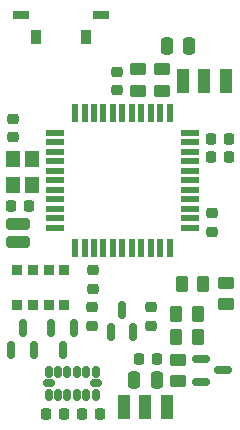
<source format=gbr>
%TF.GenerationSoftware,KiCad,Pcbnew,(7.0.0)*%
%TF.CreationDate,2024-01-15T13:38:26+01:00*%
%TF.ProjectId,LED_poi,4c45445f-706f-4692-9e6b-696361645f70,A*%
%TF.SameCoordinates,Original*%
%TF.FileFunction,Paste,Top*%
%TF.FilePolarity,Positive*%
%FSLAX46Y46*%
G04 Gerber Fmt 4.6, Leading zero omitted, Abs format (unit mm)*
G04 Created by KiCad (PCBNEW (7.0.0)) date 2024-01-15 13:38:26*
%MOMM*%
%LPD*%
G01*
G04 APERTURE LIST*
G04 Aperture macros list*
%AMRoundRect*
0 Rectangle with rounded corners*
0 $1 Rounding radius*
0 $2 $3 $4 $5 $6 $7 $8 $9 X,Y pos of 4 corners*
0 Add a 4 corners polygon primitive as box body*
4,1,4,$2,$3,$4,$5,$6,$7,$8,$9,$2,$3,0*
0 Add four circle primitives for the rounded corners*
1,1,$1+$1,$2,$3*
1,1,$1+$1,$4,$5*
1,1,$1+$1,$6,$7*
1,1,$1+$1,$8,$9*
0 Add four rect primitives between the rounded corners*
20,1,$1+$1,$2,$3,$4,$5,0*
20,1,$1+$1,$4,$5,$6,$7,0*
20,1,$1+$1,$6,$7,$8,$9,0*
20,1,$1+$1,$8,$9,$2,$3,0*%
G04 Aperture macros list end*
%ADD10RoundRect,0.225000X0.225000X0.250000X-0.225000X0.250000X-0.225000X-0.250000X0.225000X-0.250000X0*%
%ADD11RoundRect,0.150000X-0.150000X0.587500X-0.150000X-0.587500X0.150000X-0.587500X0.150000X0.587500X0*%
%ADD12R,0.900000X0.900000*%
%ADD13R,0.889000X1.270000*%
%ADD14R,1.447800X0.787400*%
%ADD15RoundRect,0.250000X-0.450000X0.262500X-0.450000X-0.262500X0.450000X-0.262500X0.450000X0.262500X0*%
%ADD16RoundRect,0.250000X-0.250000X-0.475000X0.250000X-0.475000X0.250000X0.475000X-0.250000X0.475000X0*%
%ADD17RoundRect,0.225000X0.250000X-0.225000X0.250000X0.225000X-0.250000X0.225000X-0.250000X-0.225000X0*%
%ADD18R,1.200000X1.400000*%
%ADD19RoundRect,0.150000X-0.587500X-0.150000X0.587500X-0.150000X0.587500X0.150000X-0.587500X0.150000X0*%
%ADD20R,1.000000X2.000000*%
%ADD21R,0.550000X1.500000*%
%ADD22R,1.500000X0.550000*%
%ADD23RoundRect,0.250000X-0.262500X-0.450000X0.262500X-0.450000X0.262500X0.450000X-0.262500X0.450000X0*%
%ADD24RoundRect,0.225000X-0.250000X0.225000X-0.250000X-0.225000X0.250000X-0.225000X0.250000X0.225000X0*%
%ADD25RoundRect,0.150000X0.150000X-0.587500X0.150000X0.587500X-0.150000X0.587500X-0.150000X-0.587500X0*%
%ADD26RoundRect,0.250000X0.262500X0.450000X-0.262500X0.450000X-0.262500X-0.450000X0.262500X-0.450000X0*%
%ADD27RoundRect,0.225000X-0.225000X-0.250000X0.225000X-0.250000X0.225000X0.250000X-0.225000X0.250000X0*%
%ADD28RoundRect,0.150000X0.150000X-0.325000X0.150000X0.325000X-0.150000X0.325000X-0.150000X-0.325000X0*%
%ADD29RoundRect,0.150000X0.325000X-0.150000X0.325000X0.150000X-0.325000X0.150000X-0.325000X-0.150000X0*%
%ADD30RoundRect,0.250000X0.450000X-0.262500X0.450000X0.262500X-0.450000X0.262500X-0.450000X-0.262500X0*%
%ADD31RoundRect,0.250000X0.750000X-0.250000X0.750000X0.250000X-0.750000X0.250000X-0.750000X-0.250000X0*%
G04 APERTURE END LIST*
D10*
%TO.C,C8*%
X84375000Y-63400000D03*
X82825000Y-63400000D03*
%TD*%
D11*
%TO.C,Q2*%
X88150000Y-73687500D03*
X86250000Y-73687500D03*
X87200000Y-75562500D03*
%TD*%
D12*
%TO.C,RN1*%
X83339999Y-71799999D03*
X84679999Y-71799999D03*
X85999999Y-71799999D03*
X87339999Y-71799999D03*
X87339999Y-68799999D03*
X85999999Y-68799999D03*
X84679999Y-68799999D03*
X83339999Y-68799999D03*
%TD*%
D13*
%TO.C,SW1*%
X89142499Y-49096999D03*
X84951499Y-49096999D03*
D14*
X90425199Y-47204699D03*
X83668799Y-47204699D03*
%TD*%
D10*
%TO.C,C1*%
X95175000Y-76300000D03*
X93625000Y-76300000D03*
%TD*%
D15*
%TO.C,R5*%
X101000000Y-69887500D03*
X101000000Y-71712500D03*
%TD*%
D16*
%TO.C,C2*%
X93250000Y-78100000D03*
X95150000Y-78100000D03*
%TD*%
D17*
%TO.C,C5*%
X94700000Y-73500000D03*
X94700000Y-71950000D03*
%TD*%
D15*
%TO.C,R6*%
X95600000Y-51775000D03*
X95600000Y-53600000D03*
%TD*%
D18*
%TO.C,Y1*%
X82999999Y-59399999D03*
X82999999Y-61599999D03*
X84599999Y-61599999D03*
X84599999Y-59399999D03*
%TD*%
D19*
%TO.C,Q1*%
X98925000Y-76350000D03*
X98925000Y-78250000D03*
X100800000Y-77300000D03*
%TD*%
D15*
%TO.C,R3*%
X93600000Y-51775000D03*
X93600000Y-53600000D03*
%TD*%
D20*
%TO.C,J3*%
X95999999Y-80399999D03*
X94199999Y-80399999D03*
X92399999Y-80399999D03*
%TD*%
D21*
%TO.C,U1*%
X96249999Y-55499999D03*
X95449999Y-55499999D03*
X94649999Y-55499999D03*
X93849999Y-55499999D03*
X93049999Y-55499999D03*
X92249999Y-55499999D03*
X91449999Y-55499999D03*
X90649999Y-55499999D03*
X89849999Y-55499999D03*
X89049999Y-55499999D03*
X88249999Y-55499999D03*
D22*
X86549999Y-57199999D03*
X86549999Y-57999999D03*
X86549999Y-58799999D03*
X86549999Y-59599999D03*
X86549999Y-60399999D03*
X86549999Y-61199999D03*
X86549999Y-61999999D03*
X86549999Y-62799999D03*
X86549999Y-63599999D03*
X86549999Y-64399999D03*
X86549999Y-65199999D03*
D21*
X88249999Y-66899999D03*
X89049999Y-66899999D03*
X89849999Y-66899999D03*
X90649999Y-66899999D03*
X91449999Y-66899999D03*
X92249999Y-66899999D03*
X93049999Y-66899999D03*
X93849999Y-66899999D03*
X94649999Y-66899999D03*
X95449999Y-66899999D03*
X96249999Y-66899999D03*
D22*
X97949999Y-65199999D03*
X97949999Y-64399999D03*
X97949999Y-63599999D03*
X97949999Y-62799999D03*
X97949999Y-61999999D03*
X97949999Y-61199999D03*
X97949999Y-60399999D03*
X97949999Y-59599999D03*
X97949999Y-58799999D03*
X97949999Y-57999999D03*
X97949999Y-57199999D03*
%TD*%
D20*
%TO.C,J1*%
X100999999Y-52799999D03*
X99199999Y-52799999D03*
X97399999Y-52799999D03*
%TD*%
D23*
%TO.C,R7*%
X96800000Y-72500000D03*
X98625000Y-72500000D03*
%TD*%
D24*
%TO.C,C9*%
X89750000Y-68825000D03*
X89750000Y-70375000D03*
%TD*%
D17*
%TO.C,C12*%
X99800000Y-65550000D03*
X99800000Y-64000000D03*
%TD*%
D25*
%TO.C,Q3*%
X82850000Y-75600000D03*
X84750000Y-75600000D03*
X83800000Y-73725000D03*
%TD*%
D26*
%TO.C,R1*%
X98625000Y-74500000D03*
X96800000Y-74500000D03*
%TD*%
D17*
%TO.C,C10*%
X91800000Y-53575000D03*
X91800000Y-52025000D03*
%TD*%
D23*
%TO.C,R4*%
X97287500Y-70000000D03*
X99112500Y-70000000D03*
%TD*%
D17*
%TO.C,C7*%
X83000000Y-57575000D03*
X83000000Y-56025000D03*
%TD*%
D27*
%TO.C,C11*%
X99725000Y-59200000D03*
X101275000Y-59200000D03*
%TD*%
%TO.C,C14*%
X85750000Y-81000000D03*
X87300000Y-81000000D03*
%TD*%
D25*
%TO.C,U2*%
X91250000Y-74062500D03*
X93150000Y-74062500D03*
X92200000Y-72187500D03*
%TD*%
D28*
%TO.C,U3*%
X86000000Y-79400000D03*
X86800000Y-79400000D03*
X87600000Y-79400000D03*
X88400000Y-79400000D03*
X89200000Y-79400000D03*
X90000000Y-79400000D03*
D29*
X90000000Y-78400000D03*
D28*
X90000000Y-77400000D03*
X89200000Y-77400000D03*
X88400000Y-77400000D03*
X87600000Y-77400000D03*
X86800000Y-77400000D03*
X86000000Y-77400000D03*
D29*
X86000000Y-78400000D03*
%TD*%
D30*
%TO.C,R2*%
X96962500Y-78212500D03*
X96962500Y-76387500D03*
%TD*%
D17*
%TO.C,C13*%
X89700000Y-73500000D03*
X89700000Y-71950000D03*
%TD*%
D31*
%TO.C,J12*%
X83400000Y-66400000D03*
%TD*%
D10*
%TO.C,C15*%
X90350000Y-81000000D03*
X88800000Y-81000000D03*
%TD*%
D31*
%TO.C,J13*%
X83400000Y-64900000D03*
%TD*%
D16*
%TO.C,C4*%
X96000000Y-49800000D03*
X97900000Y-49800000D03*
%TD*%
D27*
%TO.C,C6*%
X99725000Y-57700000D03*
X101275000Y-57700000D03*
%TD*%
M02*

</source>
